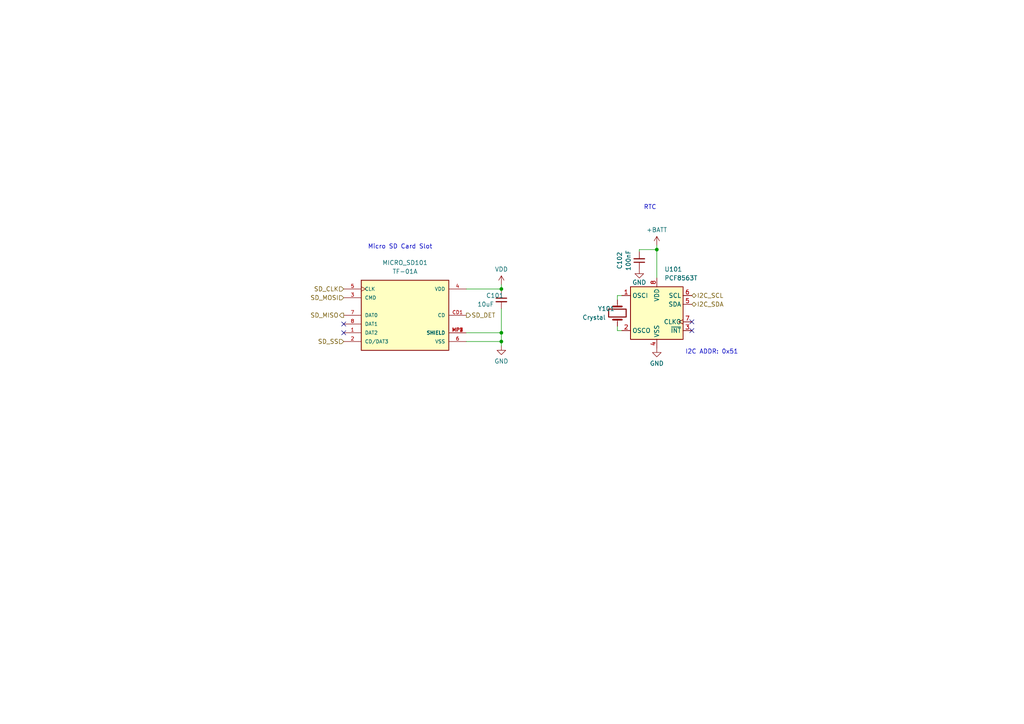
<source format=kicad_sch>
(kicad_sch (version 20250114) (generator "eeschema") (generator_version "9.0")
  (paper "A4")
  (lib_symbols
    (symbol "Device:C_Small" (pin_numbers (hide yes)) (pin_names (offset 0.254) (hide yes))
      (property "Reference" "C" (at 0.254 1.778 0))
      (property "Value" "C_Small" (at 0.254 -2.032 0))
      (symbol "C_Small_0_1"
        (polyline (pts (xy -1.524 0.508) (xy 1.524 0.508)) (stroke (width 0.3048)))
        (polyline (pts (xy -1.524 -0.508) (xy 1.524 -0.508)) (stroke (width 0.3302)))
      )
      (symbol "C_Small_1_1"
        (pin passive line (at 0 2.54 270) (length 2.032) (name "~") (number "1"))
        (pin passive line (at 0 -2.54 90) (length 2.032) (name "~") (number "2"))
      )
    )
    (symbol "Device:Crystal" (pin_numbers (hide yes)) (pin_names (offset 1.016) (hide yes))
      (property "Reference" "Y" (at 0 3.81 0))
      (property "Value" "Crystal" (at 0 -3.81 0))
      (symbol "Crystal_0_1"
        (polyline (pts (xy -2.54 0) (xy -1.905 0)))
        (polyline (pts (xy -1.905 -1.27) (xy -1.905 1.27)) (stroke (width 0.508)))
        (rectangle (start -1.143 2.54) (end 1.143 -2.54) (stroke (width 0.3048)))
        (polyline (pts (xy 1.905 -1.27) (xy 1.905 1.27)) (stroke (width 0.508)))
        (polyline (pts (xy 2.54 0) (xy 1.905 0)))
      )
      (symbol "Crystal_1_1"
        (pin passive line (at -3.81 0 0) (length 1.27) (name "1") (number "1"))
        (pin passive line (at 3.81 0 180) (length 1.27) (name "2") (number "2"))
      )
    )
    (symbol "Timer_RTC:PCF8563T"
      (property "Reference" "U" (at -7.62 8.89 0))
      (property "Value" "PCF8563T" (at 2.54 8.89 0))
      (symbol "PCF8563T_0_1"
        (rectangle (start -7.62 7.62) (end 7.62 -7.62) (stroke (width 0.254)) (fill (type background)))
      )
      (symbol "PCF8563T_1_1"
        (pin input line (at -10.16 5.08 0) (length 2.54) (name "OSCI") (number "1"))
        (pin output line (at -10.16 -5.08 0) (length 2.54) (name "OSCO") (number "2"))
        (pin power_in line (at 0 10.16 270) (length 2.54) (name "VDD") (number "8"))
        (pin power_in line (at 0 -10.16 90) (length 2.54) (name "VSS") (number "4"))
        (pin input line (at 10.16 5.08 180) (length 2.54) (name "SCL") (number "6"))
        (pin bidirectional line (at 10.16 2.54 180) (length 2.54) (name "SDA") (number "5"))
        (pin output clock (at 10.16 -2.54 180) (length 2.54) (name "CLKO") (number "7"))
        (pin output line (at 10.16 -5.08 180) (length 2.54) (name "~{INT}") (number "3"))
      )
    )
    (symbol "WOBCLibrary:TF-01A" (pin_names (offset 1.016))
      (property "Reference" "MICRO_SD" (at -12.7 10.795 0))
      (property "Value" "TF-01A" (at -12.7 -12.7 0))
      (symbol "TF-01A_0_0"
        (rectangle (start -12.7 -10.16) (end 12.7 10.16) (stroke (width 0.254)) (fill (type background)))
        (pin bidirectional clock (at -17.78 7.62 0) (length 5.08) (name "CLK") (number "5"))
        (pin bidirectional line (at -17.78 5.08 0) (length 5.08) (name "CMD") (number "3"))
        (pin bidirectional line (at -17.78 0 0) (length 5.08) (name "DAT0") (number "7"))
        (pin bidirectional line (at -17.78 -2.54 0) (length 5.08) (name "DAT1") (number "8"))
        (pin bidirectional line (at -17.78 -5.08 0) (length 5.08) (name "DAT2") (number "1"))
        (pin bidirectional line (at -17.78 -7.62 0) (length 5.08) (name "CD/DAT3") (number "2"))
        (pin power_in line (at 17.78 7.62 180) (length 5.08) (name "VDD") (number "4"))
        (pin passive line (at 17.78 0 180) (length 5.08) (name "CD") (number "CD1"))
        (pin power_in line (at 17.78 -5.08 180) (length 5.08) (name "SHIELD") (number "MP1"))
        (pin power_in line (at 17.78 -5.08 180) (length 5.08) (name "SHIELD") (number "MP2"))
        (pin power_in line (at 17.78 -5.08 180) (length 5.08) (name "SHIELD") (number "MP3"))
        (pin power_in line (at 17.78 -5.08 180) (length 5.08) (name "SHIELD") (number "MP4"))
        (pin power_in line (at 17.78 -7.62 180) (length 5.08) (name "VSS") (number "6"))
      )
    )
    (symbol "power:+BATT" (power) (pin_names (offset 0))
      (property "Value" "+BATT" (at 0 3.556 0))
      (symbol "+BATT_0_1"
        (polyline (pts (xy -0.762 1.27) (xy 0 2.54)))
        (polyline (pts (xy 0 2.54) (xy 0.762 1.27)))
        (polyline (pts (xy 0 0) (xy 0 2.54)))
      )
      (symbol "+BATT_1_1"
        (pin power_in line (at 0 0 90) (length 0) (hide yes) (name "+BATT") (number "1"))
      )
    )
    (symbol "power:GND" (power) (pin_names (offset 0))
      (property "Value" "GND" (at 0 -3.81 0))
      (symbol "GND_0_1"
        (polyline (pts (xy 0 0) (xy 0 -1.27) (xy 1.27 -1.27) (xy 0 -2.54) (xy -1.27 -1.27) (xy 0 -1.27)))
      )
      (symbol "GND_1_1"
        (pin power_in line (at 0 0 270) (length 0) (hide yes) (name "GND") (number "1"))
      )
    )
    (symbol "power:VDD" (power) (pin_names (offset 0))
      (property "Value" "VDD" (at 0 3.81 0))
      (symbol "VDD_0_1"
        (polyline (pts (xy -0.762 1.27) (xy 0 2.54)))
        (polyline (pts (xy 0 2.54) (xy 0.762 1.27)))
        (polyline (pts (xy 0 0) (xy 0 2.54)))
      )
      (symbol "VDD_1_1"
        (pin power_in line (at 0 0 90) (length 0) (hide yes) (name "VDD") (number "1"))
      )
    )
  )
  (text "Micro SD Card Slot" (at 106.68 72.39 0) (effects (font (size 1.27 1.27)) (justify left bottom)))
  (text "RTC" (at 186.69 60.96 0) (effects (font (size 1.27 1.27)) (justify left bottom)))
  (text "I2C ADDR: 0x51" (at 198.755 102.87 0) (effects (font (size 1.27 1.27)) (justify left bottom)))
  (junction (at 190.5 72.39))
  (junction (at 145.415 96.52))
  (junction (at 145.415 99.06))
  (junction (at 145.415 83.82))
  (no_connect (at 99.695 93.98))
  (no_connect (at 99.695 96.52))
  (no_connect (at 200.66 95.885))
  (no_connect (at 200.66 93.345))
  (wire (pts (xy 190.5 71.12) (xy 190.5 72.39)))
  (wire (pts (xy 135.255 83.82) (xy 145.415 83.82)))
  (wire (pts (xy 145.415 89.535) (xy 145.415 96.52)))
  (wire (pts (xy 185.42 73.025) (xy 185.42 72.39)))
  (wire (pts (xy 190.5 72.39) (xy 190.5 80.645)))
  (wire (pts (xy 145.415 82.55) (xy 145.415 83.82)))
  (wire (pts (xy 145.415 99.06) (xy 145.415 100.33)))
  (wire (pts (xy 179.07 86.995) (xy 179.07 85.725)))
  (wire (pts (xy 135.255 96.52) (xy 145.415 96.52)))
  (wire (pts (xy 135.255 99.06) (xy 145.415 99.06)))
  (wire (pts (xy 185.42 72.39) (xy 190.5 72.39)))
  (wire (pts (xy 145.415 96.52) (xy 145.415 99.06)))
  (wire (pts (xy 179.07 85.725) (xy 180.34 85.725)))
  (wire (pts (xy 179.07 94.615) (xy 179.07 95.885)))
  (wire (pts (xy 145.415 83.82) (xy 145.415 84.455)))
  (wire (pts (xy 179.07 95.885) (xy 180.34 95.885)))
  (hierarchical_label "I2C_SCL" (shape bidirectional) (at 200.66 85.725 0))
  (hierarchical_label "SD_MOSI" (shape input) (at 99.695 86.36 180))
  (hierarchical_label "SD_MISO" (shape output) (at 99.695 91.44 180))
  (hierarchical_label "SD_DET" (shape output) (at 135.255 91.44 0))
  (hierarchical_label "I2C_SDA" (shape bidirectional) (at 200.66 88.265 0))
  (hierarchical_label "SD_SS" (shape input) (at 99.695 99.06 180))
  (hierarchical_label "SD_CLK" (shape input) (at 99.695 83.82 180))
  (symbol (lib_id "Device:C_Small") (at 145.415 86.995 0) (unit 1)
    (property "Reference" "C101" (at 140.97 85.725 0) (effects (justify left)))
    (property "Value" "10uF" (at 138.43 88.265 0) (effects (justify left)))
    (property "Footprint" "Capacitor_SMD:C_0402_1005Metric" (effects (hide yes)))
    (property "LCSC" "C96446" (effects (hide yes)))
  )
  (symbol (lib_id "WOBCLibrary:TF-01A") (at 117.475 91.44 0) (unit 1)
    (property "Reference" "MICRO_SD101" (at 117.475 76.2 0))
    (property "Value" "TF-01A" (at 117.475 78.74 0))
    (property "Footprint" "WOBCLibrary:TF-01A" (effects (hide yes)))
    (property "Description" "\nStandard Card Edge Connectors\n" (effects (hide yes)))
    (property "MF" "HRO Electronics Co., Ltd." (effects (hide yes)))
    (property "Package" "Package" (effects (hide yes)))
    (property "Price" "None" (effects (hide yes)))
    (property "SnapEDA_Link" "https://www.snapeda.com/parts/TF-01A/HRO+Electronics+Co.%252C+Ltd./view-part/?ref=snap" (effects (hide yes)))
    (property "MP" "TF-01A" (effects (hide yes)))
    (property "Availability" "Not in stock" (effects (hide yes)))
    (property "Check_prices" "https://www.snapeda.com/parts/TF-01A/HRO+Electronics+Co.%252C+Ltd./view-part/?ref=eda" (effects (hide yes)))
    (property "LCSC" "C5155563" (effects (hide yes)))
  )
  (symbol (lib_id "power:GND") (at 185.42 78.105 0) (unit 1)
    (property "Reference" "#PWR0103" (effects (hide yes)))
    (property "Value" "GND" (at 185.42 81.915 0))
  )
  (symbol (lib_id "power:GND") (at 190.5 100.965 0) (unit 1)
    (property "Reference" "#PWR0105" (effects (hide yes)))
    (property "Value" "GND" (at 190.5 105.41 0))
  )
  (symbol (lib_id "power:VDD") (at 145.415 82.55 0) (unit 1)
    (property "Reference" "#PWR0101" (effects (hide yes)))
    (property "Value" "VDD" (at 145.415 78.105 0))
  )
  (symbol (lib_id "Timer_RTC:PCF8563T") (at 190.5 90.805 0) (unit 1)
    (property "Reference" "U101" (at 192.6941 78.105 0) (effects (justify left)))
    (property "Value" "PCF8563T" (at 192.6941 80.645 0) (effects (justify left)))
    (property "Footprint" "Package_SO:SOIC-8_3.9x4.9mm_P1.27mm" (effects (hide yes)))
    (property "Datasheet" "https://www.nxp.com/docs/en/data-sheet/PCF8563.pdf" (effects (hide yes)))
    (property "LCSC" "C7440" (effects (hide yes)))
  )
  (symbol (lib_id "power:GND") (at 145.415 100.33 0) (unit 1)
    (property "Reference" "#PWR0102" (effects (hide yes)))
    (property "Value" "GND" (at 145.415 104.775 0))
  )
  (symbol (lib_id "Device:C_Small") (at 185.42 75.565 180) (unit 1)
    (property "Reference" "C102" (at 179.705 75.565 90))
    (property "Value" "100nF" (at 182.245 75.565 90))
    (property "Footprint" "Capacitor_SMD:C_0402_1005Metric" (effects (hide yes)))
    (property "LCSC" "C1525" (effects (hide yes)))
  )
  (symbol (lib_id "power:+BATT") (at 190.5 71.12 0) (unit 1)
    (property "Reference" "#PWR0104" (effects (hide yes)))
    (property "Value" "+BATT" (at 190.5 66.675 0))
  )
  (symbol (lib_id "Device:Crystal") (at 179.07 90.805 270) (unit 1)
    (property "Reference" "Y101" (at 173.355 89.535 90) (effects (justify left)))
    (property "Value" "Crystal" (at 168.91 92.075 90) (effects (justify left)))
    (property "Footprint" "Crystal:Crystal_SMD_3215-2Pin_3.2x1.5mm" (effects (hide yes)))
    (property "LCSC" "C32346" (effects (hide yes)))
  )
)
</source>
